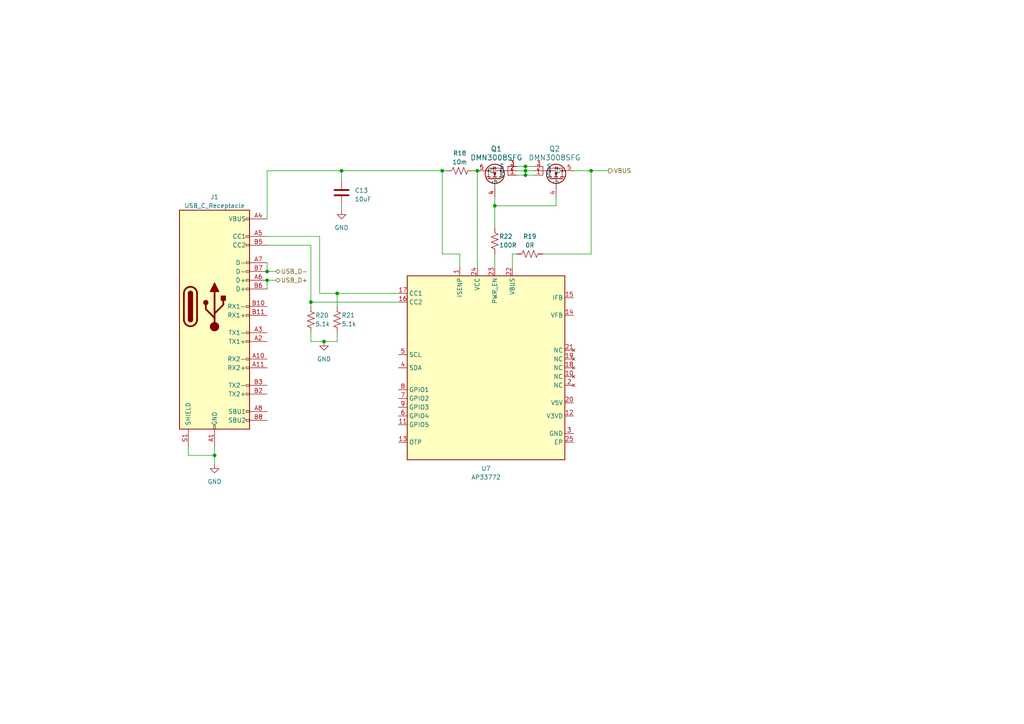
<source format=kicad_sch>
(kicad_sch (version 20230121) (generator eeschema)
  (paper "A4")
  (lib_symbols
    (symbol "Connector:USB_C_Receptacle" (pin_names (offset 1.016))
      (property "Reference" "J" (at -10.16 29.21 0))
      (property "Value" "USB_C_Receptacle" (at 10.16 29.21 0))
      (symbol "USB_C_Receptacle_0_0"
        (rectangle (start -0.254 -35.56) (end 0.254 -34.544))
        (rectangle (start 10.16 -32.766) (end 9.144 -33.274))
        (rectangle (start 10.16 -30.226) (end 9.144 -30.734))
        (rectangle (start 10.16 -25.146) (end 9.144 -25.654))
        (rectangle (start 10.16 -22.606) (end 9.144 -23.114))
        (rectangle (start 10.16 -17.526) (end 9.144 -18.034))
        (rectangle (start 10.16 -14.986) (end 9.144 -15.494))
        (rectangle (start 10.16 -9.906) (end 9.144 -10.414))
        (rectangle (start 10.16 -7.366) (end 9.144 -7.874))
        (rectangle (start 10.16 -2.286) (end 9.144 -2.794))
        (rectangle (start 10.16 0.254) (end 9.144 -0.254))
        (rectangle (start 10.16 5.334) (end 9.144 4.826))
        (rectangle (start 10.16 7.874) (end 9.144 7.366))
        (rectangle (start 10.16 10.414) (end 9.144 9.906))
        (rectangle (start 10.16 12.954) (end 9.144 12.446))
        (rectangle (start 10.16 18.034) (end 9.144 17.526))
        (rectangle (start 10.16 20.574) (end 9.144 20.066))
        (rectangle (start 10.16 25.654) (end 9.144 25.146))
      )
      (symbol "USB_C_Receptacle_0_1"
        (rectangle (start -10.16 27.94) (end 10.16 -35.56) (stroke (width 0.254)) (fill (type background)))
        (arc (start -8.89 -3.81) (mid -6.985 -5.7067) (end -5.08 -3.81) (stroke (width 0.508)))
        (arc (start -7.62 -3.81) (mid -6.985 -4.4423) (end -6.35 -3.81) (stroke (width 0.254)))
        (arc (start -7.62 -3.81) (mid -6.985 -4.4423) (end -6.35 -3.81) (stroke (width 0.254)) (fill (type outline)))
        (rectangle (start -7.62 -3.81) (end -6.35 3.81) (stroke (width 0.254)) (fill (type outline)))
        (arc (start -6.35 3.81) (mid -6.985 4.4423) (end -7.62 3.81) (stroke (width 0.254)))
        (arc (start -6.35 3.81) (mid -6.985 4.4423) (end -7.62 3.81) (stroke (width 0.254)) (fill (type outline)))
        (arc (start -5.08 3.81) (mid -6.985 5.7067) (end -8.89 3.81) (stroke (width 0.508)))
        (polyline (pts (xy -8.89 -3.81) (xy -8.89 3.81)) (stroke (width 0.508)))
        (polyline (pts (xy -5.08 3.81) (xy -5.08 -3.81)) (stroke (width 0.508)))
      )
      (symbol "USB_C_Receptacle_1_1"
        (circle (center -2.54 1.143) (radius 0.635) (stroke (width 0.254)) (fill (type outline)))
        (circle (center 0 -5.842) (radius 1.27) (fill (type outline)))
        (polyline (pts (xy 0 -5.842) (xy 0 4.318)) (stroke (width 0.508)))
        (polyline (pts (xy 0 -3.302) (xy -2.54 -0.762) (xy -2.54 0.508)) (stroke (width 0.508)))
        (polyline (pts (xy 0 -2.032) (xy 2.54 0.508) (xy 2.54 1.778)) (stroke (width 0.508)))
        (polyline (pts (xy -1.27 4.318) (xy 0 6.858) (xy 1.27 4.318) (xy -1.27 4.318)) (stroke (width 0.254)) (fill (type outline)))
        (rectangle (start 1.905 1.778) (end 3.175 3.048) (stroke (width 0.254)) (fill (type outline)))
        (pin passive line (at 0 -40.64 90) (length 5.08) (name "GND") (number "A1"))
        (pin bidirectional line (at 15.24 -15.24 180) (length 5.08) (name "RX2-") (number "A10"))
        (pin bidirectional line (at 15.24 -17.78 180) (length 5.08) (name "RX2+") (number "A11"))
        (pin passive line (at 0 -40.64 90) (length 5.08) hide (name "GND") (number "A12"))
        (pin bidirectional line (at 15.24 -10.16 180) (length 5.08) (name "TX1+") (number "A2"))
        (pin bidirectional line (at 15.24 -7.62 180) (length 5.08) (name "TX1-") (number "A3"))
        (pin passive line (at 15.24 25.4 180) (length 5.08) (name "VBUS") (number "A4"))
        (pin bidirectional line (at 15.24 20.32 180) (length 5.08) (name "CC1") (number "A5"))
        (pin bidirectional line (at 15.24 7.62 180) (length 5.08) (name "D+") (number "A6"))
        (pin bidirectional line (at 15.24 12.7 180) (length 5.08) (name "D-") (number "A7"))
        (pin bidirectional line (at 15.24 -30.48 180) (length 5.08) (name "SBU1") (number "A8"))
        (pin passive line (at 15.24 25.4 180) (length 5.08) hide (name "VBUS") (number "A9"))
        (pin passive line (at 0 -40.64 90) (length 5.08) hide (name "GND") (number "B1"))
        (pin bidirectional line (at 15.24 0 180) (length 5.08) (name "RX1-") (number "B10"))
        (pin bidirectional line (at 15.24 -2.54 180) (length 5.08) (name "RX1+") (number "B11"))
        (pin passive line (at 0 -40.64 90) (length 5.08) hide (name "GND") (number "B12"))
        (pin bidirectional line (at 15.24 -25.4 180) (length 5.08) (name "TX2+") (number "B2"))
        (pin bidirectional line (at 15.24 -22.86 180) (length 5.08) (name "TX2-") (number "B3"))
        (pin passive line (at 15.24 25.4 180) (length 5.08) hide (name "VBUS") (number "B4"))
        (pin bidirectional line (at 15.24 17.78 180) (length 5.08) (name "CC2") (number "B5"))
        (pin bidirectional line (at 15.24 5.08 180) (length 5.08) (name "D+") (number "B6"))
        (pin bidirectional line (at 15.24 10.16 180) (length 5.08) (name "D-") (number "B7"))
        (pin bidirectional line (at 15.24 -33.02 180) (length 5.08) (name "SBU2") (number "B8"))
        (pin passive line (at 15.24 25.4 180) (length 5.08) hide (name "VBUS") (number "B9"))
        (pin passive line (at -7.62 -40.64 90) (length 5.08) (name "SHIELD") (number "S1"))
      )
    )
    (symbol "Device:C" (pin_numbers hide) (pin_names (offset 0.254))
      (property "Reference" "C" (at 0.635 2.54 0))
      (property "Value" "C" (at 0.635 -2.54 0))
      (symbol "C_0_1"
        (polyline (pts (xy -2.032 -0.762) (xy 2.032 -0.762)) (stroke (width 0.508)))
        (polyline (pts (xy -2.032 0.762) (xy 2.032 0.762)) (stroke (width 0.508)))
      )
      (symbol "C_1_1"
        (pin passive line (at 0 3.81 270) (length 2.794) (name "~") (number "1"))
        (pin passive line (at 0 -3.81 90) (length 2.794) (name "~") (number "2"))
      )
    )
    (symbol "Device:R_US" (pin_numbers hide) (pin_names (offset 0))
      (property "Reference" "R" (at 2.54 0 90))
      (property "Value" "R_US" (at -2.54 0 90))
      (symbol "R_US_0_1"
        (polyline (pts (xy 0 -2.286) (xy 0 -2.54)))
        (polyline (pts (xy 0 2.286) (xy 0 2.54)))
        (polyline (pts (xy 0 -0.762) (xy 1.016 -1.143) (xy 0 -1.524) (xy -1.016 -1.905) (xy 0 -2.286)))
        (polyline (pts (xy 0 0.762) (xy 1.016 0.381) (xy 0 0) (xy -1.016 -0.381) (xy 0 -0.762)))
        (polyline (pts (xy 0 2.286) (xy 1.016 1.905) (xy 0 1.524) (xy -1.016 1.143) (xy 0 0.762)))
      )
      (symbol "R_US_1_1"
        (pin passive line (at 0 3.81 270) (length 1.27) (name "~") (number "1"))
        (pin passive line (at 0 -3.81 90) (length 1.27) (name "~") (number "2"))
      )
    )
    (symbol "nixie_lib:AP33772"
      (property "Reference" "U" (at 19.05 -31.75 0))
      (property "Value" "AP33772" (at 36.83 -31.75 0))
      (symbol "AP33772_1_1"
        (rectangle (start 7.62 22.86) (end 53.34 -30.48) (stroke (width 0.254)) (fill (type background)))
        (pin input line (at 22.86 25.4 270) (length 2.54) (name "ISENP") (number "1"))
        (pin no_connect line (at 55.88 -6.35 180) (length 2.54) (name "NC") (number "10"))
        (pin bidirectional line (at 5.08 -20.32 0) (length 2.54) (name "GPIO5") (number "11"))
        (pin power_out line (at 55.88 -17.78 180) (length 2.54) (name "V3VD") (number "12"))
        (pin output line (at 5.08 -25.4 0) (length 2.54) (name "OTP") (number "13"))
        (pin input line (at 55.88 11.43 180) (length 2.54) (name "VFB") (number "14"))
        (pin input line (at 55.88 16.51 180) (length 2.54) (name "IFB") (number "15"))
        (pin bidirectional line (at 5.08 15.24 0) (length 2.54) (name "CC2") (number "16"))
        (pin bidirectional line (at 5.08 17.78 0) (length 2.54) (name "CC1") (number "17"))
        (pin no_connect line (at 55.88 -3.81 180) (length 2.54) (name "NC") (number "18"))
        (pin no_connect line (at 55.88 -1.27 180) (length 2.54) (name "NC") (number "19"))
        (pin no_connect line (at 55.88 -8.89 180) (length 2.54) (name "NC") (number "2"))
        (pin power_out line (at 55.88 -13.97 180) (length 2.54) (name "V5V") (number "20"))
        (pin no_connect line (at 55.88 1.27 180) (length 2.54) (name "NC") (number "21"))
        (pin input line (at 38.1 25.4 270) (length 2.54) (name "VBUS") (number "22"))
        (pin input line (at 33.02 25.4 270) (length 2.54) (name "PWR_EN") (number "23"))
        (pin power_in line (at 27.94 25.4 270) (length 2.54) (name "VCC") (number "24"))
        (pin power_in line (at 55.88 -25.4 180) (length 2.54) (name "EP") (number "25"))
        (pin power_in line (at 55.88 -22.86 180) (length 2.54) (name "GND") (number "3"))
        (pin bidirectional line (at 5.08 -3.81 0) (length 2.54) (name "SDA") (number "4"))
        (pin input line (at 5.08 0 0) (length 2.54) (name "SCL") (number "5"))
        (pin bidirectional line (at 5.08 -17.78 0) (length 2.54) (name "GPIO4") (number "6"))
        (pin bidirectional line (at 5.08 -12.7 0) (length 2.54) (name "GPIO2") (number "7"))
        (pin bidirectional line (at 5.08 -10.16 0) (length 2.54) (name "GPIO1") (number "8"))
        (pin bidirectional line (at 5.08 -15.24 0) (length 2.54) (name "GPIO3") (number "9"))
      )
    )
    (symbol "nixie_lib:DMN3008SFG" (pin_names (offset 1.016))
      (property "Reference" "Q" (at 0 20.32 0))
      (property "Value" "DMN3008SFG" (at 0 -20.32 0))
      (property "Footprint" "Package_SON:Diodes_PowerDI3333-8" (at -8.89 1.27 0))
      (property "Datasheet" "30V N-CHANNEL ENHANCEMENT MODE MOSFET" (at 11.43 -15.24 0))
      (symbol "DMN3008SFG_0_1"
        (polyline (pts (xy 5.334 0) (xy 2.54 0)))
        (polyline (pts (xy 5.334 1.905) (xy 5.334 -1.905)) (stroke (width 0.254)))
        (polyline (pts (xy 5.842 -1.27) (xy 5.842 -2.286)) (stroke (width 0.254)))
        (polyline (pts (xy 5.842 0.508) (xy 5.842 -0.508)) (stroke (width 0.254)))
        (polyline (pts (xy 5.842 2.286) (xy 5.842 1.27)) (stroke (width 0.254)))
        (polyline (pts (xy 6.35 -3.81) (xy 8.89 -3.81)))
        (polyline (pts (xy 7.62 -3.81) (xy 7.62 -2.54)))
        (polyline (pts (xy 7.62 2.54) (xy 7.62 1.778)))
        (polyline (pts (xy 7.62 -2.54) (xy 7.62 0) (xy 5.842 0)))
        (polyline (pts (xy 5.842 -1.778) (xy 8.382 -1.778) (xy 8.382 1.778) (xy 5.842 1.778)))
        (polyline (pts (xy 6.096 0) (xy 7.112 0.381) (xy 7.112 -0.381) (xy 6.096 0)) (fill (type outline)))
        (polyline (pts (xy 7.874 0.508) (xy 8.001 0.381) (xy 8.763 0.381) (xy 8.89 0.254)))
        (polyline (pts (xy 8.382 0.381) (xy 8.001 -0.254) (xy 8.763 -0.254) (xy 8.382 0.381)))
        (circle (center 6.731 0) (radius 2.794) (stroke (width 0.254)))
        (circle (center 7.62 -1.778) (radius 0.254) (fill (type outline)))
        (circle (center 7.62 1.778) (radius 0.254) (fill (type outline)))
      )
      (symbol "DMN3008SFG_1_1"
        (pin passive line (at 6.35 -6.35 90) (length 2.54) (name "S") (number "1"))
        (pin passive line (at 7.62 -6.35 90) (length 2.54) (name "S") (number "2"))
        (pin passive line (at 8.89 -6.35 90) (length 2.54) (name "S") (number "3"))
        (pin input line (at 0 0 0) (length 2.54) (name "G") (number "4"))
        (pin passive line (at 7.62 5.08 270) (length 2.54) (name "D") (number "5"))
      )
    )
    (symbol "power:GND" (power) (pin_names (offset 0))
      (property "Value" "GND" (at 0 -3.81 0))
      (symbol "GND_0_1"
        (polyline (pts (xy 0 0) (xy 0 -1.27) (xy 1.27 -1.27) (xy 0 -2.54) (xy -1.27 -1.27) (xy 0 -1.27)))
      )
      (symbol "GND_1_1"
        (pin power_in line (at 0 0 270) (length 0) hide (name "GND") (number "1"))
      )
    )
  )
  (junction (at 152.4 50.8))
  (junction (at 138.43 49.53))
  (junction (at 77.47 81.28))
  (junction (at 143.51 59.69))
  (junction (at 93.98 99.06))
  (junction (at 128.27 49.53))
  (junction (at 77.47 78.74))
  (junction (at 152.4 49.53))
  (junction (at 152.4 48.26))
  (junction (at 62.23 132.08))
  (junction (at 99.06 49.53))
  (junction (at 97.79 85.09))
  (junction (at 171.45 49.53))
  (junction (at 90.17 87.63))
  (wire (pts (xy 92.71 68.58) (xy 77.47 68.58)))
  (wire (pts (xy 99.06 49.53) (xy 99.06 52.07)))
  (wire (pts (xy 128.27 73.66) (xy 133.35 73.66)))
  (wire (pts (xy 77.47 78.74) (xy 80.01 78.74)))
  (wire (pts (xy 77.47 81.28) (xy 77.47 83.82)))
  (wire (pts (xy 152.4 48.26) (xy 152.4 49.53)))
  (wire (pts (xy 128.27 49.53) (xy 128.27 73.66)))
  (wire (pts (xy 77.47 49.53) (xy 77.47 63.5)))
  (wire (pts (xy 92.71 85.09) (xy 92.71 68.58)))
  (wire (pts (xy 77.47 49.53) (xy 99.06 49.53)))
  (wire (pts (xy 138.43 49.53) (xy 137.16 49.53)))
  (wire (pts (xy 97.79 85.09) (xy 115.57 85.09)))
  (wire (pts (xy 138.43 49.53) (xy 138.43 77.47)))
  (wire (pts (xy 148.59 77.47) (xy 148.59 73.66)))
  (wire (pts (xy 133.35 73.66) (xy 133.35 77.47)))
  (wire (pts (xy 149.86 48.26) (xy 152.4 48.26)))
  (wire (pts (xy 152.4 49.53) (xy 154.94 49.53)))
  (wire (pts (xy 161.29 59.69) (xy 143.51 59.69)))
  (wire (pts (xy 62.23 132.08) (xy 62.23 129.54)))
  (wire (pts (xy 77.47 76.2) (xy 77.47 78.74)))
  (wire (pts (xy 143.51 57.15) (xy 143.51 59.69)))
  (wire (pts (xy 152.4 48.26) (xy 154.94 48.26)))
  (wire (pts (xy 157.48 73.66) (xy 171.45 73.66)))
  (wire (pts (xy 62.23 132.08) (xy 62.23 134.62)))
  (wire (pts (xy 77.47 81.28) (xy 80.01 81.28)))
  (wire (pts (xy 128.27 49.53) (xy 129.54 49.53)))
  (wire (pts (xy 93.98 99.06) (xy 97.79 99.06)))
  (wire (pts (xy 171.45 49.53) (xy 176.53 49.53)))
  (wire (pts (xy 171.45 49.53) (xy 166.37 49.53)))
  (wire (pts (xy 171.45 73.66) (xy 171.45 49.53)))
  (wire (pts (xy 149.86 49.53) (xy 152.4 49.53)))
  (wire (pts (xy 77.47 71.12) (xy 90.17 71.12)))
  (wire (pts (xy 97.79 96.52) (xy 97.79 99.06)))
  (wire (pts (xy 128.27 49.53) (xy 99.06 49.53)))
  (wire (pts (xy 143.51 73.66) (xy 143.51 77.47)))
  (wire (pts (xy 54.61 129.54) (xy 54.61 132.08)))
  (wire (pts (xy 148.59 73.66) (xy 149.86 73.66)))
  (wire (pts (xy 90.17 87.63) (xy 115.57 87.63)))
  (wire (pts (xy 97.79 85.09) (xy 97.79 88.9)))
  (wire (pts (xy 152.4 49.53) (xy 152.4 50.8)))
  (wire (pts (xy 90.17 96.52) (xy 90.17 99.06)))
  (wire (pts (xy 90.17 71.12) (xy 90.17 87.63)))
  (wire (pts (xy 152.4 50.8) (xy 154.94 50.8)))
  (wire (pts (xy 90.17 99.06) (xy 93.98 99.06)))
  (wire (pts (xy 99.06 59.69) (xy 99.06 60.96)))
  (wire (pts (xy 90.17 87.63) (xy 90.17 88.9)))
  (wire (pts (xy 92.71 85.09) (xy 97.79 85.09)))
  (wire (pts (xy 161.29 57.15) (xy 161.29 59.69)))
  (wire (pts (xy 143.51 59.69) (xy 143.51 66.04)))
  (wire (pts (xy 149.86 50.8) (xy 152.4 50.8)))
  (wire (pts (xy 54.61 132.08) (xy 62.23 132.08)))
  (hierarchical_label "USB_D-" (shape bidirectional) (at 80.01 78.74 0))
  (hierarchical_label "USB_D+" (shape bidirectional) (at 80.01 81.28 0))
  (hierarchical_label "VBUS" (shape output) (at 176.53 49.53 0))
  (symbol (lib_id "Device:R_US") (at 90.17 92.71 180) (unit 1)
    (property "Reference" "R20" (at 91.44 91.44 0) (effects (justify right)))
    (property "Value" "5.1k" (at 91.44 93.98 0) (effects (justify right)))
    (property "Footprint" "Resistor_SMD:R_1206_3216Metric" (effects hide))
  )
  (symbol (lib_id "Device:C") (at 99.06 55.88 0) (unit 1)
    (property "Reference" "C13" (at 102.87 55.245 0) (effects (justify left)))
    (property "Value" "10uF" (at 102.87 57.785 0) (effects (justify left)))
  )
  (symbol (lib_id "power:GND") (at 99.06 60.96 0) (unit 1)
    (property "Reference" "#PWR031" (effects hide))
    (property "Value" "GND" (at 99.06 66.04 0))
  )
  (symbol (lib_id "Device:R_US") (at 153.67 73.66 90) (unit 1)
    (property "Reference" "R19" (at 153.67 68.58 90))
    (property "Value" "0R" (at 153.67 71.12 90))
    (property "Footprint" "Resistor_SMD:R_1206_3216Metric" (effects hide))
  )
  (symbol (lib_id "nixie_lib:DMN3008SFG") (at 143.51 57.15 90) (unit 1)
    (property "Reference" "Q1" (at 143.9545 43.18 90) (effects (font (size 1.524 1.524))))
    (property "Value" "DMN3008SFG" (at 143.9545 45.72 90) (effects (font (size 1.524 1.524))))
    (property "Footprint" "Package_SON:Diodes_PowerDI3333-8" (effects hide))
    (property "Datasheet" "30V N-CHANNEL ENHANCEMENT MODE MOSFET" (effects hide))
  )
  (symbol (lib_id "nixie_lib:AP33772") (at 110.49 102.87 0) (unit 1)
    (property "Reference" "U7" (at 140.97 135.89 0))
    (property "Value" "AP33772" (at 140.97 138.43 0))
    (property "Footprint" "Package_DFN_QFN:QFN-24-1EP_4x4mm_P0.5mm_EP2.7x2.7mm" (effects hide))
    (property "Datasheet" "https://www.diodes.com/assets/Datasheets/AP33772.pdf" (effects hide))
  )
  (symbol (lib_id "Device:R_US") (at 97.79 92.71 180) (unit 1)
    (property "Reference" "R21" (at 99.06 91.44 0) (effects (justify right)))
    (property "Value" "5.1k" (at 99.06 93.98 0) (effects (justify right)))
    (property "Footprint" "Resistor_SMD:R_1206_3216Metric" (effects hide))
  )
  (symbol (lib_id "Device:R_US") (at 133.35 49.53 90) (unit 1)
    (property "Reference" "R18" (at 133.35 44.45 90))
    (property "Value" "10m" (at 133.35 46.99 90))
    (property "Footprint" "Resistor_SMD:R_1206_3216Metric" (effects hide))
  )
  (symbol (lib_id "power:GND") (at 62.23 134.62 0) (unit 1)
    (property "Reference" "#PWR032" (effects hide))
    (property "Value" "GND" (at 62.23 139.7 0))
  )
  (symbol (lib_id "Device:R_US") (at 143.51 69.85 180) (unit 1)
    (property "Reference" "R22" (at 144.78 68.58 0) (effects (justify right)))
    (property "Value" "100R" (at 144.78 71.12 0) (effects (justify right)))
  )
  (symbol (lib_id "power:GND") (at 93.98 99.06 0) (unit 1)
    (property "Reference" "#PWR033" (effects hide))
    (property "Value" "GND" (at 93.98 104.14 0))
  )
  (symbol (lib_id "nixie_lib:DMN3008SFG") (at 161.29 57.15 270) (mirror x) (unit 1)
    (property "Reference" "Q2" (at 160.8455 43.18 90) (effects (font (size 1.524 1.524))))
    (property "Value" "DMN3008SFG" (at 160.8455 45.72 90) (effects (font (size 1.524 1.524))))
    (property "Footprint" "Package_SON:Diodes_PowerDI3333-8" (effects hide))
    (property "Datasheet" "30V N-CHANNEL ENHANCEMENT MODE MOSFET" (effects hide))
  )
  (symbol (lib_id "Connector:USB_C_Receptacle") (at 62.23 88.9 0) (unit 1)
    (property "Reference" "J1" (at 62.23 57.15 0))
    (property "Value" "USB_C_Receptacle" (at 62.23 59.69 0))
    (property "Datasheet" "https://www.usb.org/sites/default/files/documents/usb_type-c.zip" (effects hide))
  )
)
</source>
